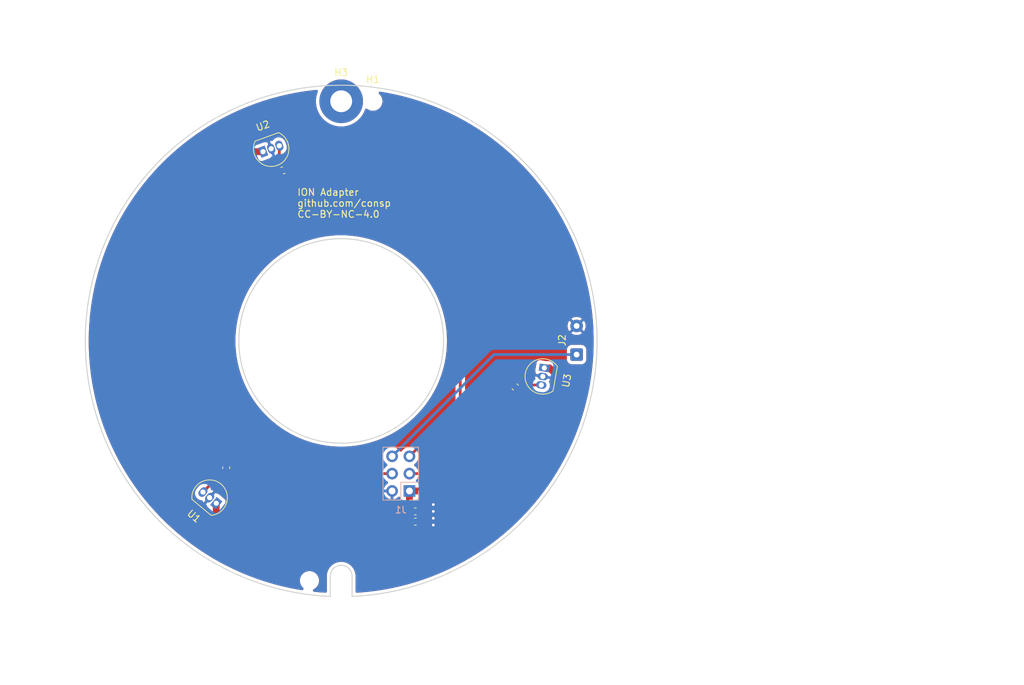
<source format=kicad_pcb>
(kicad_pcb (version 20221018) (generator pcbnew)
  (layers (0 "F.Cu" signal) (31 "B.Cu" signal) (34 "B.Paste" user) (35 "F.Paste" user) (36 "B.SilkS" user "B.Silkscreen") (37 "F.SilkS" user "F.Silkscreen") (38 "B.Mask" user) (39 "F.Mask" user) (44 "Edge.Cuts" user))
  (net 0 "")
  (net 1 "+5V")
  (net 2 "GND")
  (net 3 "Net-(J1-Pin_3)")
  (net 4 "Net-(J1-Pin_4)")
  (net 5 "Net-(J1-Pin_5)")
  (net 6 "Net-(J1-Pin_6)")
  (footprint "MountingHole:MountingHole_3.2mm_M3_Pad" (layer "F.Cu") (at 0 -35.15)
    (fp_text reference "H3" (at 0 -4.2) (layer "F.SilkS"))
    (fp_text value "MountingHole_Pad")
    (pad "1" thru_hole circle (at 0 0) (size 6.4 6.4) (drill 3.2) (layers "*.Cu" "*.Mask"))
  )
  (footprint "Library:TO-92_Inline_30mm_offset" (layer "F.Cu") (at 0 0 140)
    (fp_text reference "U1" (at 0 -33.56 140) (layer "F.SilkS"))
    (fp_text value "~")
    (fp_line (start 1.8 -31.85) (end -1.8 -31.85) (stroke (width 0.12)) (layer "F.SilkS"))
    (fp_arc (start 0 -27.4) (mid -2.402087 -29.005023) (end -1.838478 -31.838478) (stroke (width 0.12)) (layer "F.SilkS"))
    (fp_arc (start 1.838478 -31.838478) (mid 2.402087 -29.005023) (end 0 -27.4) (stroke (width 0.12)) (layer "F.SilkS"))
    (pad "1" thru_hole rect (at -1.27 -30 140) (size 1.05 1.5) (drill 0.75) (layers "*.Cu" "*.Mask") (net 1 "+5V"))
    (pad "2" thru_hole oval (at 0 -30 140) (size 1.05 1.5) (drill 0.75) (layers "*.Cu" "*.Mask") (net 2 "GND"))
    (pad "3" thru_hole oval (at 1.27 -30 140) (size 1.05 1.5) (drill 0.75) (layers "*.Cu" "*.Mask") (net 4 "Net-(J1-Pin_4)"))
  )
  (footprint "Capacitor_SMD:C_0603_1608Metric_Pad1.08x0.95mm_HandSolder" (layer "F.Cu") (at 10.8625 25 180)
    (fp_text reference "C1" hide)
    (fp_text value "~")
    (fp_line (start -0.146267 -0.51) (end 0.146267 -0.51) (stroke (width 0.12)) (layer "F.SilkS"))
    (fp_line (start -0.146267 0.51) (end 0.146267 0.51) (stroke (width 0.12)) (layer "F.SilkS"))
    (pad "1" smd roundrect (at -0.8625 0 180) (size 1.075 0.95) (layers "F.Cu" "F.Paste" "F.Mask") (net 2 "GND"))
    (pad "2" smd roundrect (at 0.8625 0 180) (size 1.075 0.95) (layers "F.Cu" "F.Paste" "F.Mask") (net 1 "+5V"))
  )
  (footprint "Capacitor_SMD:C_0603_1608Metric_Pad1.08x0.95mm_HandSolder" (layer "F.Cu") (at -8.54012 -25.00988 20)
    (fp_text reference "C4" hide)
    (fp_text value "~")
    (fp_line (start -0.146267 -0.51) (end 0.146267 -0.51) (stroke (width 0.12)) (layer "F.SilkS"))
    (fp_line (start -0.146267 0.51) (end 0.146267 0.51) (stroke (width 0.12)) (layer "F.SilkS"))
    (pad "1" smd roundrect (at -0.8625 0 20) (size 1.075 0.95) (layers "F.Cu" "F.Paste" "F.Mask") (net 2 "GND"))
    (pad "2" smd roundrect (at 0.8625 0 20) (size 1.075 0.95) (layers "F.Cu" "F.Paste" "F.Mask") (net 5 "Net-(J1-Pin_5)"))
  )
  (footprint "Capacitor_SMD:C_0603_1608Metric_Pad1.08x0.95mm_HandSolder" (layer "F.Cu") (at 25.5 6.75 -45)
    (fp_text reference "C7" hide)
    (fp_text value "10nF")
    (fp_line (start -0.146267 -0.51) (end 0.146267 -0.51) (stroke (width 0.12)) (layer "F.SilkS"))
    (fp_line (start -0.146267 0.51) (end 0.146267 0.51) (stroke (width 0.12)) (layer "F.SilkS"))
    (pad "1" smd roundrect (at -0.8625 0 315) (size 1.075 0.95) (layers "F.Cu" "F.Paste" "F.Mask") (net 2 "GND"))
    (pad "2" smd roundrect (at 0.8625 0 315) (size 1.075 0.95) (layers "F.Cu" "F.Paste" "F.Mask") (net 3 "Net-(J1-Pin_3)"))
  )
  (footprint "MountingHole:MountingHole_2.1mm" (layer "F.Cu") (at 4.65 -35.15)
    (fp_text reference "H1" (at 0 -3.2) (layer "F.SilkS"))
    (fp_text value "MountingHole")
    (pad "" np_thru_hole circle (at 0 0) (size 2.1 2.1) (drill 2.3) (layers "F&B.Cu" "*.Mask"))
  )
  (footprint "Library:TO-92_Inline_30mm_offset" (layer "F.Cu") (at 0 0 -100)
    (fp_text reference "U3" (at 0 -33.56 80) (layer "F.SilkS"))
    (fp_text value "~")
    (fp_line (start 1.8 -31.85) (end -1.8 -31.85) (stroke (width 0.12)) (layer "F.SilkS"))
    (fp_arc (start 0 -27.4) (mid -2.402087 -29.005023) (end -1.838478 -31.838478) (stroke (width 0.12)) (layer "F.SilkS"))
    (fp_arc (start 1.838478 -31.838478) (mid 2.402087 -29.005023) (end 0 -27.4) (stroke (width 0.12)) (layer "F.SilkS"))
    (pad "1" thru_hole rect (at -1.27 -30 260) (size 1.05 1.5) (drill 0.75) (layers "*.Cu" "*.Mask") (net 1 "+5V"))
    (pad "2" thru_hole oval (at 0 -30 260) (size 1.05 1.5) (drill 0.75) (layers "*.Cu" "*.Mask") (net 2 "GND"))
    (pad "3" thru_hole oval (at 1.27 -30 260) (size 1.05 1.5) (drill 0.75) (layers "*.Cu" "*.Mask") (net 3 "Net-(J1-Pin_3)"))
  )
  (footprint "Connector_Wire:SolderWire-0.25sqmm_1x02_P4.2mm_D0.65mm_OD1.7mm" (layer "F.Cu") (at 34.5 2 90)
    (fp_text reference "J2" (at 2.1 -2.12 90) (layer "F.SilkS"))
    (fp_text value "Conn_01x02")
    (pad "1" thru_hole roundrect (at 0 0 90) (size 1.85 1.85) (drill 0.85) (layers "*.Cu" "*.Mask") (roundrect_rratio 0.1351351351) (net 6 "Net-(J1-Pin_6)"))
    (pad "2" thru_hole circle (at 4.2 0 90) (size 1.85 1.85) (drill 0.85) (layers "*.Cu" "*.Mask") (net 2 "GND"))
  )
  (footprint "Library:TO-92_Inline_30mm_offset" (layer "F.Cu") (at 0 0 20)
    (fp_text reference "U2" (at 0 -33.56 20) (layer "F.SilkS"))
    (fp_text value "~")
    (fp_line (start 1.8 -31.85) (end -1.8 -31.85) (stroke (width 0.12)) (layer "F.SilkS"))
    (fp_arc (start 0 -27.4) (mid -2.402087 -29.005023) (end -1.838478 -31.838478) (stroke (width 0.12)) (layer "F.SilkS"))
    (fp_arc (start 1.838478 -31.838478) (mid 2.402087 -29.005023) (end 0 -27.4) (stroke (width 0.12)) (layer "F.SilkS"))
    (pad "1" thru_hole rect (at -1.27 -30 20) (size 1.05 1.5) (drill 0.75) (layers "*.Cu" "*.Mask") (net 1 "+5V"))
    (pad "2" thru_hole oval (at 0 -30 20) (size 1.05 1.5) (drill 0.75) (layers "*.Cu" "*.Mask") (net 2 "GND"))
    (pad "3" thru_hole oval (at 1.27 -30 20) (size 1.05 1.5) (drill 0.75) (layers "*.Cu" "*.Mask") (net 5 "Net-(J1-Pin_5)"))
  )
  (footprint "Capacitor_SMD:C_0603_1608Metric_Pad1.08x0.95mm_HandSolder" (layer "F.Cu") (at 10.8625 26.5 180)
    (fp_text reference "C3" hide)
    (fp_text value "~")
    (fp_line (start -0.146267 -0.51) (end 0.146267 -0.51) (stroke (width 0.12)) (layer "F.SilkS"))
    (fp_line (start -0.146267 0.51) (end 0.146267 0.51) (stroke (width 0.12)) (layer "F.SilkS"))
    (pad "1" smd roundrect (at -0.8625 0 180) (size 1.075 0.95) (layers "F.Cu" "F.Paste" "F.Mask") (net 2 "GND"))
    (pad "2" smd roundrect (at 0.8625 0 180) (size 1.075 0.95) (layers "F.Cu" "F.Paste" "F.Mask") (net 1 "+5V"))
  )
  (footprint "Capacitor_SMD:C_0603_1608Metric_Pad1.08x0.95mm_HandSolder" (layer "F.Cu") (at -16.85 18.5875 -90)
    (fp_text reference "C2" hide)
    (fp_text value "~")
    (fp_line (start -0.146267 -0.51) (end 0.146267 -0.51) (stroke (width 0.12)) (layer "F.SilkS"))
    (fp_line (start -0.146267 0.51) (end 0.146267 0.51) (stroke (width 0.12)) (layer "F.SilkS"))
    (pad "1" smd roundrect (at -0.8625 0 270) (size 1.075 0.95) (layers "F.Cu" "F.Paste" "F.Mask") (net 2 "GND"))
    (pad "2" smd roundrect (at 0.8625 0 270) (size 1.075 0.95) (layers "F.Cu" "F.Paste" "F.Mask") (net 4 "Net-(J1-Pin_4)"))
  )
  (footprint "MountingHole:MountingHole_2.1mm" (layer "F.Cu") (at -4.65 35.15)
    (fp_text reference "H2" hide)
    (fp_text value "MountingHole")
    (pad "" np_thru_hole circle (at 0 0) (size 2.1 2.1) (drill 2.3) (layers "F&B.Cu" "*.Mask"))
  )
  (footprint "Connector_PinSocket_2.54mm:PinSocket_2x03_P2.54mm_Vertical" (layer "B.Cu") (at 10 22)
    (fp_text reference "J1" (at -1.27 2.77) (layer "B.SilkS") (effects (justify mirror)))
    (fp_text value "Conn_02x03_Odd_Even")
    (fp_line (start -3.87 -6.41) (end 1.33 -6.41) (stroke (width 0.12)) (layer "B.SilkS"))
    (fp_line (start -3.87 1.33) (end -3.87 -6.41) (stroke (width 0.12)) (layer "B.SilkS"))
    (fp_line (start -3.87 1.33) (end -1.27 1.33) (stroke (width 0.12)) (layer "B.SilkS"))
    (fp_line (start -1.27 -1.27) (end 1.33 -1.27) (stroke (width 0.12)) (layer "B.SilkS"))
    (fp_line (start -1.27 1.33) (end -1.27 -1.27) (stroke (width 0.12)) (layer "B.SilkS"))
    (fp_line (start 0 1.33) (end 1.33 1.33) (stroke (width 0.12)) (layer "B.SilkS"))
    (fp_line (start 1.33 -1.27) (end 1.33 -6.41) (stroke (width 0.12)) (layer "B.SilkS"))
    (fp_line (start 1.33 1.33) (end 1.33 0) (stroke (width 0.12)) (layer "B.SilkS"))
    (pad "1" thru_hole rect (at 0 0) (size 1.7 1.7) (drill 1) (layers "*.Cu" "*.Mask") (net 1 "+5V"))
    (pad "2" thru_hole oval (at -2.54 0) (size 1.7 1.7) (drill 1) (layers "*.Cu" "*.Mask") (net 2 "GND"))
    (pad "3" thru_hole oval (at 0 -2.54) (size 1.7 1.7) (drill 1) (layers "*.Cu" "*.Mask") (net 3 "Net-(J1-Pin_3)"))
    (pad "4" thru_hole oval (at -2.54 -2.54) (size 1.7 1.7) (drill 1) (layers "*.Cu" "*.Mask") (net 4 "Net-(J1-Pin_4)"))
    (pad "5" thru_hole oval (at 0 -5.08) (size 1.7 1.7) (drill 1) (layers "*.Cu" "*.Mask") (net 5 "Net-(J1-Pin_5)"))
    (pad "6" thru_hole oval (at -2.54 -5.08) (size 1.7 1.7) (drill 1) (layers "*.Cu" "*.Mask") (net 6 "Net-(J1-Pin_6)"))
  )
  (gr_circle (center 0 0) (end 15 0) (stroke (width 0.15)) (fill none) (layer "Edge.Cuts"))
  (gr_line (start 1.6 34.5) (end 1.6 37.466367) (stroke (width 0.15)) (layer "Edge.Cuts"))
  (gr_arc (start -1.6 37.466368) (mid -0.000024 -37.50047) (end 1.6 37.466367) (stroke (width 0.15)) (layer "Edge.Cuts"))
  (gr_line (start -1.6 34.5) (end -1.6 37.466369) (stroke (width 0.15)) (layer "Edge.Cuts"))
  (gr_arc (start -1.6 34.5) (mid 0 32.9) (end 1.6 34.5) (stroke (width 0.15)) (layer "Edge.Cuts"))
  (gr_text "ION Adapter\ngithub.com/consp\nCC-BY-NC-4.0" (at -6.5 -18) (layer "F.SilkS") (effects (font (size 1 1)) (justify left bottom)))
  (segment (start -22.060752 25.689248) (end -29.95 17.8) (width 1) (layer "F.Cu") (net 1))
  (segment (start -14.643587 -27.756413) (end -11.454014 -27.756413) (width 1) (layer "F.Cu") (net 1))
  (segment (start -29.95 17.8) (end -29.95 -12.45) (width 1) (layer "F.Cu") (net 1))
  (segment (start 31.55 4.982403) (end 30.526336 3.958739) (width 1) (layer "F.Cu") (net 1))
  (segment (start 31.55 7.95) (end 31.55 4.982403) (width 1) (layer "F.Cu") (net 1))
  (segment (start -18.310752 25.689248) (end -22.060752 25.689248) (width 1) (layer "F.Cu") (net 1))
  (segment (start -17 27) (end 9.5 27) (width 1) (layer "F.Cu") (net 1))
  (segment (start -29.95 -12.45) (end -14.643587 -27.756413) (width 1) (layer "F.Cu") (net 1))
  (segment (start -17 27) (end -18.310752 25.689248) (width 1) (layer "F.Cu") (net 1))
  (segment (start -18.310752 25.689248) (end -18.310752 23.797674) (width 1) (layer "F.Cu") (net 1))
  (segment (start 10 26.5) (end 10 22) (width 1) (layer "F.Cu") (net 1))
  (segment (start 9.5 27) (end 10 26.5) (width 1) (layer "F.Cu") (net 1))
  (segment (start 17.5 22) (end 31.55 7.95) (width 1) (layer "F.Cu") (net 1))
  (segment (start 30.526336 3.958739) (end 29.764766 3.958739) (width 1) (layer "F.Cu") (net 1))
  (segment (start 10 22) (end 17.5 22) (width 1) (layer "F.Cu") (net 1))
  (via (at 13.5 27) (size 0.8) (drill 0.4) (layers "F.Cu" "B.Cu") (net 2))
  (via (at 13.5 26) (size 0.8) (drill 0.4) (layers "F.Cu" "B.Cu") (net 2))
  (via (at 13.499815 24) (size 0.8) (drill 0.4) (layers "F.Cu" "B.Cu") (net 2))
  (via (at 13.5 25) (size 0.8) (drill 0.4) (layers "F.Cu" "B.Cu") (net 2))
  (segment (start 13.94 19.46) (end 13.85 19.46) (width 0.4) (layer "F.Cu") (net 3))
  (segment (start 13.85 19.46) (end 10 19.46) (width 0.4) (layer "F.Cu") (net 3))
  (segment (start 29.323699 6.460151) (end 26.939849 6.460151) (width 0.4) (layer "F.Cu") (net 3))
  (segment (start 26.939849 6.460151) (end 13.94 19.46) (width 0.4) (layer "F.Cu") (net 3))
  (segment (start -20.256505 22.164993) (end -17.551512 19.46) (width 0.4) (layer "F.Cu") (net 4))
  (segment (start -17.551512 19.46) (end 7.46 19.46) (width 0.4) (layer "F.Cu") (net 4))
  (segment (start 17.45 9.47) (end 10 16.92) (width 0.4) (layer "F.Cu") (net 5))
  (segment (start -7.729635 -25.304872) (end 0.245128 -25.304872) (width 0.4) (layer "F.Cu") (net 5))
  (segment (start 17.45 -8.1) (end 17.45 9.47) (width 0.4) (layer "F.Cu") (net 5))
  (segment (start -9.067195 -28.625144) (end -9.067195 -26.642432) (width 0.4) (layer "F.Cu") (net 5))
  (segment (start -9.067195 -26.642432) (end -7.729635 -25.304872) (width 0.4) (layer "F.Cu") (net 5))
  (segment (start 0.245128 -25.304872) (end 17.45 -8.1) (width 0.4) (layer "F.Cu") (net 5))
  (segment (start 34.5 2) (end 22.38 2) (width 0.4) (layer "B.Cu") (net 6))
  (segment (start 22.38 2) (end 7.46 16.92) (width 0.4) (layer "B.Cu") (net 6))
  (zone (net 2) (net_name "GND") (layers "F&B.Cu") (connect_pads (clearance 0.5)) (min_thickness 0.4) (fill yes (thermal_gap 0.4) (thermal_bridge_width 0.4))
    (polygon (pts (xy -50 -50) (xy 50 -50) (xy 50 50) (xy -50 50.5)))
  )
)
</source>
